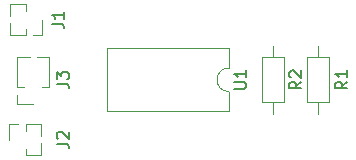
<source format=gbr>
%TF.GenerationSoftware,KiCad,Pcbnew,5.1.6-c6e7f7d~86~ubuntu20.04.1*%
%TF.CreationDate,2020-06-06T21:26:27+05:30*%
%TF.ProjectId,Inverting Amplifier,496e7665-7274-4696-9e67-20416d706c69,rev?*%
%TF.SameCoordinates,Original*%
%TF.FileFunction,Legend,Top*%
%TF.FilePolarity,Positive*%
%FSLAX46Y46*%
G04 Gerber Fmt 4.6, Leading zero omitted, Abs format (unit mm)*
G04 Created by KiCad (PCBNEW 5.1.6-c6e7f7d~86~ubuntu20.04.1) date 2020-06-06 21:26:27*
%MOMM*%
%LPD*%
G01*
G04 APERTURE LIST*
%ADD10C,0.120000*%
%ADD11C,0.150000*%
G04 APERTURE END LIST*
D10*
%TO.C,J3*%
X114360000Y-92075000D02*
X113790000Y-92075000D01*
X112270000Y-92075000D02*
X111700000Y-92075000D01*
X114360000Y-92075000D02*
X114360000Y-89475000D01*
X114360000Y-89475000D02*
X113337530Y-89475000D01*
X112722470Y-89475000D02*
X111700000Y-89475000D01*
X111700000Y-92075000D02*
X111700000Y-89475000D01*
X111700000Y-93470000D02*
X111700000Y-92710000D01*
X113030000Y-93470000D02*
X111700000Y-93470000D01*
%TO.C,J2*%
X112395000Y-97850000D02*
X112395000Y-97280000D01*
X112395000Y-95760000D02*
X112395000Y-95190000D01*
X112395000Y-97850000D02*
X113725000Y-97850000D01*
X113725000Y-97850000D02*
X113725000Y-96827530D01*
X113725000Y-96212470D02*
X113725000Y-95190000D01*
X112395000Y-95190000D02*
X113725000Y-95190000D01*
X111000000Y-95190000D02*
X111760000Y-95190000D01*
X111000000Y-96520000D02*
X111000000Y-95190000D01*
%TO.C,J1*%
X112395000Y-85030000D02*
X112395000Y-85600000D01*
X112395000Y-87120000D02*
X112395000Y-87690000D01*
X112395000Y-85030000D02*
X111065000Y-85030000D01*
X111065000Y-85030000D02*
X111065000Y-86052470D01*
X111065000Y-86667530D02*
X111065000Y-87690000D01*
X112395000Y-87690000D02*
X111065000Y-87690000D01*
X113790000Y-87690000D02*
X113030000Y-87690000D01*
X113790000Y-86360000D02*
X113790000Y-87690000D01*
%TO.C,U1*%
X129600000Y-94090000D02*
X129600000Y-92440000D01*
X119320000Y-94090000D02*
X129600000Y-94090000D01*
X119320000Y-88790000D02*
X119320000Y-94090000D01*
X129600000Y-88790000D02*
X119320000Y-88790000D01*
X129600000Y-90440000D02*
X129600000Y-88790000D01*
X129600000Y-92440000D02*
G75*
G02*
X129600000Y-90440000I0J1000000D01*
G01*
%TO.C,R2*%
X133350000Y-94310000D02*
X133350000Y-93360000D01*
X133350000Y-88570000D02*
X133350000Y-89520000D01*
X134270000Y-93360000D02*
X134270000Y-89520000D01*
X132430000Y-93360000D02*
X134270000Y-93360000D01*
X132430000Y-89520000D02*
X132430000Y-93360000D01*
X134270000Y-89520000D02*
X132430000Y-89520000D01*
%TO.C,R1*%
X136240000Y-93360000D02*
X138080000Y-93360000D01*
X138080000Y-93360000D02*
X138080000Y-89520000D01*
X138080000Y-89520000D02*
X136240000Y-89520000D01*
X136240000Y-89520000D02*
X136240000Y-93360000D01*
X137160000Y-94310000D02*
X137160000Y-93360000D01*
X137160000Y-88570000D02*
X137160000Y-89520000D01*
%TO.C,J3*%
D11*
X115022380Y-91773333D02*
X115736666Y-91773333D01*
X115879523Y-91820952D01*
X115974761Y-91916190D01*
X116022380Y-92059047D01*
X116022380Y-92154285D01*
X115022380Y-91392380D02*
X115022380Y-90773333D01*
X115403333Y-91106666D01*
X115403333Y-90963809D01*
X115450952Y-90868571D01*
X115498571Y-90820952D01*
X115593809Y-90773333D01*
X115831904Y-90773333D01*
X115927142Y-90820952D01*
X115974761Y-90868571D01*
X116022380Y-90963809D01*
X116022380Y-91249523D01*
X115974761Y-91344761D01*
X115927142Y-91392380D01*
%TO.C,J2*%
X115022380Y-96853333D02*
X115736666Y-96853333D01*
X115879523Y-96900952D01*
X115974761Y-96996190D01*
X116022380Y-97139047D01*
X116022380Y-97234285D01*
X115117619Y-96424761D02*
X115070000Y-96377142D01*
X115022380Y-96281904D01*
X115022380Y-96043809D01*
X115070000Y-95948571D01*
X115117619Y-95900952D01*
X115212857Y-95853333D01*
X115308095Y-95853333D01*
X115450952Y-95900952D01*
X116022380Y-96472380D01*
X116022380Y-95853333D01*
%TO.C,J1*%
X114617380Y-86693333D02*
X115331666Y-86693333D01*
X115474523Y-86740952D01*
X115569761Y-86836190D01*
X115617380Y-86979047D01*
X115617380Y-87074285D01*
X115617380Y-85693333D02*
X115617380Y-86264761D01*
X115617380Y-85979047D02*
X114617380Y-85979047D01*
X114760238Y-86074285D01*
X114855476Y-86169523D01*
X114903095Y-86264761D01*
%TO.C,U1*%
X130052380Y-92201904D02*
X130861904Y-92201904D01*
X130957142Y-92154285D01*
X131004761Y-92106666D01*
X131052380Y-92011428D01*
X131052380Y-91820952D01*
X131004761Y-91725714D01*
X130957142Y-91678095D01*
X130861904Y-91630476D01*
X130052380Y-91630476D01*
X131052380Y-90630476D02*
X131052380Y-91201904D01*
X131052380Y-90916190D02*
X130052380Y-90916190D01*
X130195238Y-91011428D01*
X130290476Y-91106666D01*
X130338095Y-91201904D01*
%TO.C,R2*%
X135722380Y-91606666D02*
X135246190Y-91940000D01*
X135722380Y-92178095D02*
X134722380Y-92178095D01*
X134722380Y-91797142D01*
X134770000Y-91701904D01*
X134817619Y-91654285D01*
X134912857Y-91606666D01*
X135055714Y-91606666D01*
X135150952Y-91654285D01*
X135198571Y-91701904D01*
X135246190Y-91797142D01*
X135246190Y-92178095D01*
X134817619Y-91225714D02*
X134770000Y-91178095D01*
X134722380Y-91082857D01*
X134722380Y-90844761D01*
X134770000Y-90749523D01*
X134817619Y-90701904D01*
X134912857Y-90654285D01*
X135008095Y-90654285D01*
X135150952Y-90701904D01*
X135722380Y-91273333D01*
X135722380Y-90654285D01*
%TO.C,R1*%
X139622380Y-91606666D02*
X139146190Y-91940000D01*
X139622380Y-92178095D02*
X138622380Y-92178095D01*
X138622380Y-91797142D01*
X138670000Y-91701904D01*
X138717619Y-91654285D01*
X138812857Y-91606666D01*
X138955714Y-91606666D01*
X139050952Y-91654285D01*
X139098571Y-91701904D01*
X139146190Y-91797142D01*
X139146190Y-92178095D01*
X139622380Y-90654285D02*
X139622380Y-91225714D01*
X139622380Y-90940000D02*
X138622380Y-90940000D01*
X138765238Y-91035238D01*
X138860476Y-91130476D01*
X138908095Y-91225714D01*
%TD*%
M02*

</source>
